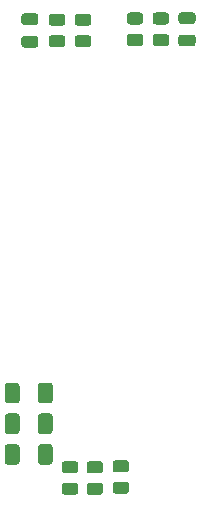
<source format=gbp>
G04 #@! TF.GenerationSoftware,KiCad,Pcbnew,(5.1.12)-1*
G04 #@! TF.CreationDate,2022-08-25T21:37:31-05:00*
G04 #@! TF.ProjectId,Stepper_Motor_Controller,53746570-7065-4725-9f4d-6f746f725f43,rev?*
G04 #@! TF.SameCoordinates,Original*
G04 #@! TF.FileFunction,Paste,Bot*
G04 #@! TF.FilePolarity,Positive*
%FSLAX46Y46*%
G04 Gerber Fmt 4.6, Leading zero omitted, Abs format (unit mm)*
G04 Created by KiCad (PCBNEW (5.1.12)-1) date 2022-08-25 21:37:31*
%MOMM*%
%LPD*%
G01*
G04 APERTURE LIST*
G04 APERTURE END LIST*
G36*
G01*
X96249999Y-121000000D02*
X97150001Y-121000000D01*
G75*
G02*
X97400000Y-121249999I0J-249999D01*
G01*
X97400000Y-121775001D01*
G75*
G02*
X97150001Y-122025000I-249999J0D01*
G01*
X96249999Y-122025000D01*
G75*
G02*
X96000000Y-121775001I0J249999D01*
G01*
X96000000Y-121249999D01*
G75*
G02*
X96249999Y-121000000I249999J0D01*
G01*
G37*
G36*
G01*
X96249999Y-119175000D02*
X97150001Y-119175000D01*
G75*
G02*
X97400000Y-119424999I0J-249999D01*
G01*
X97400000Y-119950001D01*
G75*
G02*
X97150001Y-120200000I-249999J0D01*
G01*
X96249999Y-120200000D01*
G75*
G02*
X96000000Y-119950001I0J249999D01*
G01*
X96000000Y-119424999D01*
G75*
G02*
X96249999Y-119175000I249999J0D01*
G01*
G37*
G36*
G01*
X100549999Y-120912500D02*
X101450001Y-120912500D01*
G75*
G02*
X101700000Y-121162499I0J-249999D01*
G01*
X101700000Y-121687501D01*
G75*
G02*
X101450001Y-121937500I-249999J0D01*
G01*
X100549999Y-121937500D01*
G75*
G02*
X100300000Y-121687501I0J249999D01*
G01*
X100300000Y-121162499D01*
G75*
G02*
X100549999Y-120912500I249999J0D01*
G01*
G37*
G36*
G01*
X100549999Y-119087500D02*
X101450001Y-119087500D01*
G75*
G02*
X101700000Y-119337499I0J-249999D01*
G01*
X101700000Y-119862501D01*
G75*
G02*
X101450001Y-120112500I-249999J0D01*
G01*
X100549999Y-120112500D01*
G75*
G02*
X100300000Y-119862501I0J249999D01*
G01*
X100300000Y-119337499D01*
G75*
G02*
X100549999Y-119087500I249999J0D01*
G01*
G37*
G36*
G01*
X98349999Y-121000000D02*
X99250001Y-121000000D01*
G75*
G02*
X99500000Y-121249999I0J-249999D01*
G01*
X99500000Y-121775001D01*
G75*
G02*
X99250001Y-122025000I-249999J0D01*
G01*
X98349999Y-122025000D01*
G75*
G02*
X98100000Y-121775001I0J249999D01*
G01*
X98100000Y-121249999D01*
G75*
G02*
X98349999Y-121000000I249999J0D01*
G01*
G37*
G36*
G01*
X98349999Y-119175000D02*
X99250001Y-119175000D01*
G75*
G02*
X99500000Y-119424999I0J-249999D01*
G01*
X99500000Y-119950001D01*
G75*
G02*
X99250001Y-120200000I-249999J0D01*
G01*
X98349999Y-120200000D01*
G75*
G02*
X98100000Y-119950001I0J249999D01*
G01*
X98100000Y-119424999D01*
G75*
G02*
X98349999Y-119175000I249999J0D01*
G01*
G37*
G36*
G01*
X92425000Y-112775000D02*
X92425000Y-114025000D01*
G75*
G02*
X92175000Y-114275000I-250000J0D01*
G01*
X91425000Y-114275000D01*
G75*
G02*
X91175000Y-114025000I0J250000D01*
G01*
X91175000Y-112775000D01*
G75*
G02*
X91425000Y-112525000I250000J0D01*
G01*
X92175000Y-112525000D01*
G75*
G02*
X92425000Y-112775000I0J-250000D01*
G01*
G37*
G36*
G01*
X95225000Y-112775000D02*
X95225000Y-114025000D01*
G75*
G02*
X94975000Y-114275000I-250000J0D01*
G01*
X94225000Y-114275000D01*
G75*
G02*
X93975000Y-114025000I0J250000D01*
G01*
X93975000Y-112775000D01*
G75*
G02*
X94225000Y-112525000I250000J0D01*
G01*
X94975000Y-112525000D01*
G75*
G02*
X95225000Y-112775000I0J-250000D01*
G01*
G37*
G36*
G01*
X92425000Y-115375000D02*
X92425000Y-116625000D01*
G75*
G02*
X92175000Y-116875000I-250000J0D01*
G01*
X91425000Y-116875000D01*
G75*
G02*
X91175000Y-116625000I0J250000D01*
G01*
X91175000Y-115375000D01*
G75*
G02*
X91425000Y-115125000I250000J0D01*
G01*
X92175000Y-115125000D01*
G75*
G02*
X92425000Y-115375000I0J-250000D01*
G01*
G37*
G36*
G01*
X95225000Y-115375000D02*
X95225000Y-116625000D01*
G75*
G02*
X94975000Y-116875000I-250000J0D01*
G01*
X94225000Y-116875000D01*
G75*
G02*
X93975000Y-116625000I0J250000D01*
G01*
X93975000Y-115375000D01*
G75*
G02*
X94225000Y-115125000I250000J0D01*
G01*
X94975000Y-115125000D01*
G75*
G02*
X95225000Y-115375000I0J-250000D01*
G01*
G37*
G36*
G01*
X92425000Y-117975000D02*
X92425000Y-119225000D01*
G75*
G02*
X92175000Y-119475000I-250000J0D01*
G01*
X91425000Y-119475000D01*
G75*
G02*
X91175000Y-119225000I0J250000D01*
G01*
X91175000Y-117975000D01*
G75*
G02*
X91425000Y-117725000I250000J0D01*
G01*
X92175000Y-117725000D01*
G75*
G02*
X92425000Y-117975000I0J-250000D01*
G01*
G37*
G36*
G01*
X95225000Y-117975000D02*
X95225000Y-119225000D01*
G75*
G02*
X94975000Y-119475000I-250000J0D01*
G01*
X94225000Y-119475000D01*
G75*
G02*
X93975000Y-119225000I0J250000D01*
G01*
X93975000Y-117975000D01*
G75*
G02*
X94225000Y-117725000I250000J0D01*
G01*
X94975000Y-117725000D01*
G75*
G02*
X95225000Y-117975000I0J-250000D01*
G01*
G37*
G36*
G01*
X95149999Y-83100000D02*
X96050001Y-83100000D01*
G75*
G02*
X96300000Y-83349999I0J-249999D01*
G01*
X96300000Y-83875001D01*
G75*
G02*
X96050001Y-84125000I-249999J0D01*
G01*
X95149999Y-84125000D01*
G75*
G02*
X94900000Y-83875001I0J249999D01*
G01*
X94900000Y-83349999D01*
G75*
G02*
X95149999Y-83100000I249999J0D01*
G01*
G37*
G36*
G01*
X95149999Y-81275000D02*
X96050001Y-81275000D01*
G75*
G02*
X96300000Y-81524999I0J-249999D01*
G01*
X96300000Y-82050001D01*
G75*
G02*
X96050001Y-82300000I-249999J0D01*
G01*
X95149999Y-82300000D01*
G75*
G02*
X94900000Y-82050001I0J249999D01*
G01*
X94900000Y-81524999D01*
G75*
G02*
X95149999Y-81275000I249999J0D01*
G01*
G37*
G36*
G01*
X103949999Y-83000000D02*
X104850001Y-83000000D01*
G75*
G02*
X105100000Y-83249999I0J-249999D01*
G01*
X105100000Y-83775001D01*
G75*
G02*
X104850001Y-84025000I-249999J0D01*
G01*
X103949999Y-84025000D01*
G75*
G02*
X103700000Y-83775001I0J249999D01*
G01*
X103700000Y-83249999D01*
G75*
G02*
X103949999Y-83000000I249999J0D01*
G01*
G37*
G36*
G01*
X103949999Y-81175000D02*
X104850001Y-81175000D01*
G75*
G02*
X105100000Y-81424999I0J-249999D01*
G01*
X105100000Y-81950001D01*
G75*
G02*
X104850001Y-82200000I-249999J0D01*
G01*
X103949999Y-82200000D01*
G75*
G02*
X103700000Y-81950001I0J249999D01*
G01*
X103700000Y-81424999D01*
G75*
G02*
X103949999Y-81175000I249999J0D01*
G01*
G37*
G36*
G01*
X97349999Y-83100000D02*
X98250001Y-83100000D01*
G75*
G02*
X98500000Y-83349999I0J-249999D01*
G01*
X98500000Y-83875001D01*
G75*
G02*
X98250001Y-84125000I-249999J0D01*
G01*
X97349999Y-84125000D01*
G75*
G02*
X97100000Y-83875001I0J249999D01*
G01*
X97100000Y-83349999D01*
G75*
G02*
X97349999Y-83100000I249999J0D01*
G01*
G37*
G36*
G01*
X97349999Y-81275000D02*
X98250001Y-81275000D01*
G75*
G02*
X98500000Y-81524999I0J-249999D01*
G01*
X98500000Y-82050001D01*
G75*
G02*
X98250001Y-82300000I-249999J0D01*
G01*
X97349999Y-82300000D01*
G75*
G02*
X97100000Y-82050001I0J249999D01*
G01*
X97100000Y-81524999D01*
G75*
G02*
X97349999Y-81275000I249999J0D01*
G01*
G37*
G36*
G01*
X101749999Y-83000000D02*
X102650001Y-83000000D01*
G75*
G02*
X102900000Y-83249999I0J-249999D01*
G01*
X102900000Y-83775001D01*
G75*
G02*
X102650001Y-84025000I-249999J0D01*
G01*
X101749999Y-84025000D01*
G75*
G02*
X101500000Y-83775001I0J249999D01*
G01*
X101500000Y-83249999D01*
G75*
G02*
X101749999Y-83000000I249999J0D01*
G01*
G37*
G36*
G01*
X101749999Y-81175000D02*
X102650001Y-81175000D01*
G75*
G02*
X102900000Y-81424999I0J-249999D01*
G01*
X102900000Y-81950001D01*
G75*
G02*
X102650001Y-82200000I-249999J0D01*
G01*
X101749999Y-82200000D01*
G75*
G02*
X101500000Y-81950001I0J249999D01*
G01*
X101500000Y-81424999D01*
G75*
G02*
X101749999Y-81175000I249999J0D01*
G01*
G37*
G36*
G01*
X106125000Y-83050000D02*
X107075000Y-83050000D01*
G75*
G02*
X107325000Y-83300000I0J-250000D01*
G01*
X107325000Y-83800000D01*
G75*
G02*
X107075000Y-84050000I-250000J0D01*
G01*
X106125000Y-84050000D01*
G75*
G02*
X105875000Y-83800000I0J250000D01*
G01*
X105875000Y-83300000D01*
G75*
G02*
X106125000Y-83050000I250000J0D01*
G01*
G37*
G36*
G01*
X106125000Y-81150000D02*
X107075000Y-81150000D01*
G75*
G02*
X107325000Y-81400000I0J-250000D01*
G01*
X107325000Y-81900000D01*
G75*
G02*
X107075000Y-82150000I-250000J0D01*
G01*
X106125000Y-82150000D01*
G75*
G02*
X105875000Y-81900000I0J250000D01*
G01*
X105875000Y-81400000D01*
G75*
G02*
X106125000Y-81150000I250000J0D01*
G01*
G37*
G36*
G01*
X92825000Y-83150000D02*
X93775000Y-83150000D01*
G75*
G02*
X94025000Y-83400000I0J-250000D01*
G01*
X94025000Y-83900000D01*
G75*
G02*
X93775000Y-84150000I-250000J0D01*
G01*
X92825000Y-84150000D01*
G75*
G02*
X92575000Y-83900000I0J250000D01*
G01*
X92575000Y-83400000D01*
G75*
G02*
X92825000Y-83150000I250000J0D01*
G01*
G37*
G36*
G01*
X92825000Y-81250000D02*
X93775000Y-81250000D01*
G75*
G02*
X94025000Y-81500000I0J-250000D01*
G01*
X94025000Y-82000000D01*
G75*
G02*
X93775000Y-82250000I-250000J0D01*
G01*
X92825000Y-82250000D01*
G75*
G02*
X92575000Y-82000000I0J250000D01*
G01*
X92575000Y-81500000D01*
G75*
G02*
X92825000Y-81250000I250000J0D01*
G01*
G37*
M02*

</source>
